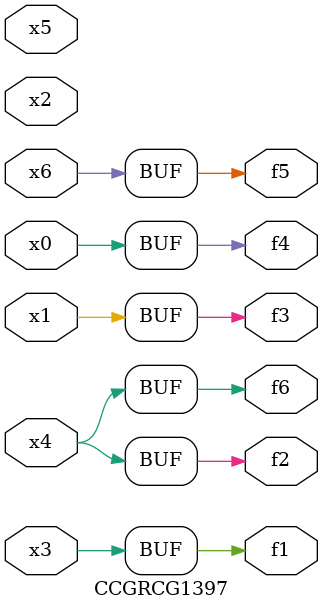
<source format=v>
module CCGRCG1397(
	input x0, x1, x2, x3, x4, x5, x6,
	output f1, f2, f3, f4, f5, f6
);
	assign f1 = x3;
	assign f2 = x4;
	assign f3 = x1;
	assign f4 = x0;
	assign f5 = x6;
	assign f6 = x4;
endmodule

</source>
